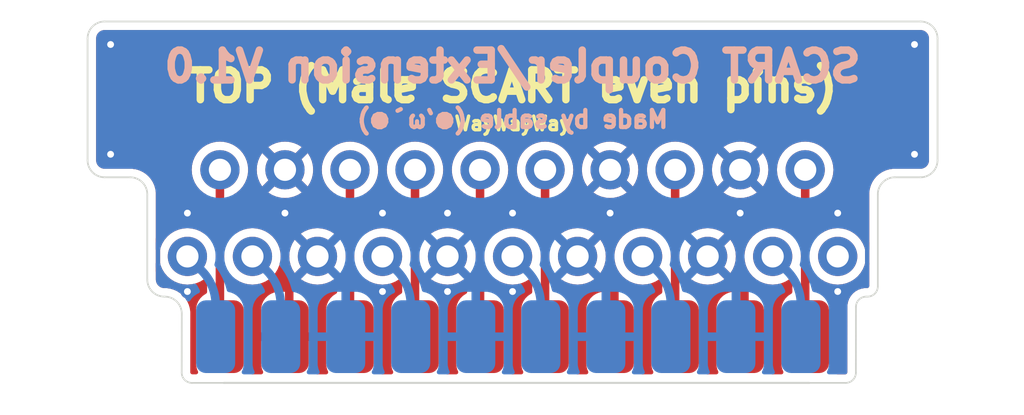
<source format=kicad_pcb>
(kicad_pcb (version 20221018) (generator pcbnew)
  (layers (0 "F.Cu" signal) (31 "B.Cu" signal) (34 "B.Paste" user) (35 "F.Paste" user) (36 "B.SilkS" user "B.Silkscreen") (37 "F.SilkS" user "F.Silkscreen") (38 "B.Mask" user) (39 "F.Mask" user) (44 "Edge.Cuts" user))
  (net 0 "")
  (net 1 "Right Out")
  (net 2 "Right In")
  (net 3 "Left Out")
  (net 4 "GND")
  (net 5 "Left In")
  (net 6 "Blue")
  (net 7 "Status")
  (net 8 "Clock")
  (net 9 "Green")
  (net 10 "Data")
  (net 11 "Red")
  (net 12 "Blanking")
  (net 13 "Composite Out")
  (net 14 "Composite In")
  (net 15 "Shield")
  (footprint "Connector_AV:KYCON_SCART_K-SCARTX-022_Horizontal" (layer "F.Cu") (at 157.53 80)
    (fp_text reference "J1" hide)
    (fp_text value "SCART-F")
    (pad "1" thru_hole circle (at -19.05 2.54) (size 2.3 2.3) (drill 1.3) (layers "*.Cu" "*.Mask") (net 1 "Right Out"))
    (pad "2" thru_hole circle (at -17.145 -2.54) (size 2.3 2.3) (drill 1.3) (layers "*.Cu" "*.Mask") (net 2 "Right In"))
    (pad "3" thru_hole circle (at -15.24 2.54) (size 2.3 2.3) (drill 1.3) (layers "*.Cu" "*.Mask") (net 3 "Left Out"))
    (pad "4" thru_hole circle (at -13.335 -2.54) (size 2.3 2.3) (drill 1.3) (layers "*.Cu" "*.Mask") (net 4 "GND"))
    (pad "5" thru_hole circle (at -11.43 2.54) (size 2.3 2.3) (drill 1.3) (layers "*.Cu" "*.Mask") (net 4 "GND"))
    (pad "6" thru_hole circle (at -9.525 -2.54) (size 2.3 2.3) (drill 1.3) (layers "*.Cu" "*.Mask") (net 5 "Left In"))
    (pad "7" thru_hole circle (at -7.62 2.54) (size 2.3 2.3) (drill 1.3) (layers "*.Cu" "*.Mask") (net 6 "Blue"))
    (pad "8" thru_hole circle (at -5.715 -2.54) (size 2.3 2.3) (drill 1.3) (layers "*.Cu" "*.Mask") (net 7 "Status"))
    (pad "9" thru_hole circle (at -3.81 2.54) (size 2.3 2.3) (drill 1.3) (layers "*.Cu" "*.Mask") (net 4 "GND"))
    (pad "10" thru_hole circle (at -1.905 -2.54) (size 2.3 2.3) (drill 1.3) (layers "*.Cu" "*.Mask") (net 8 "Clock"))
    (pad "11" thru_hole circle (at 0 2.54) (size 2.3 2.3) (drill 1.3) (layers "*.Cu" "*.Mask") (net 9 "Green"))
    (pad "12" thru_hole circle (at 1.905 -2.54) (size 2.3 2.3) (drill 1.3) (layers "*.Cu" "*.Mask") (net 10 "Data"))
    (pad "13" thru_hole circle (at 3.81 2.54) (size 2.3 2.3) (drill 1.3) (layers "*.Cu" "*.Mask") (net 4 "GND"))
    (pad "14" thru_hole circle (at 5.715 -2.54) (size 2.3 2.3) (drill 1.3) (layers "*.Cu" "*.Mask") (net 4 "GND"))
    (pad "15" thru_hole circle (at 7.62 2.54) (size 2.3 2.3) (drill 1.3) (layers "*.Cu" "*.Mask") (net 11 "Red"))
    (pad "16" thru_hole circle (at 9.525 -2.54) (size 2.3 2.3) (drill 1.3) (layers "*.Cu" "*.Mask") (net 12 "Blanking"))
    (pad "17" thru_hole circle (at 11.43 2.54) (size 2.3 2.3) (drill 1.3) (layers "*.Cu" "*.Mask") (net 4 "GND"))
    (pad "18" thru_hole circle (at 13.335 -2.54) (size 2.3 2.3) (drill 1.3) (layers "*.Cu" "*.Mask") (net 4 "GND"))
    (pad "19" thru_hole circle (at 15.24 2.54) (size 2.3 2.3) (drill 1.3) (layers "*.Cu" "*.Mask") (net 13 "Composite Out"))
    (pad "20" thru_hole circle (at 17.145 -2.54) (size 2.3 2.3) (drill 1.3) (layers "*.Cu" "*.Mask") (net 14 "Composite In"))
    (pad "21" thru_hole circle (at 19.05 2.54) (size 2.3 2.3) (drill 1.3) (layers "*.Cu" "*.Mask") (net 15 "Shield"))
  )
  (footprint "Connector_AV:Male_SCART" (layer "B.Cu") (at 174.909 89.9605 180)
    (fp_text reference "J2" hide)
    (fp_text value "SCART-M" hide)
    (fp_line (start 0 0) (end 34.29 0) (stroke (width 0.12)) (layer "Edge.Cuts"))
    (pad "1" smd roundrect (at 34.774 2.7105 180) (size 2.286 4.267) (layers "B.Cu" "B.Paste" "B.Mask") (net 1 "Right Out"))
    (pad "2" smd roundrect (at 34.274 2.7105 180) (size 2.286 4.267) (layers "F.Cu" "F.Paste" "F.Mask") (net 2 "Right In"))
    (pad "3" smd roundrect (at 30.964 2.7105 180) (size 2.286 4.267) (layers "B.Cu" "B.Paste" "B.Mask") (net 3 "Left Out"))
    (pad "4" smd roundrect (at 30.464 2.7105 180) (size 2.286 4.267) (layers "F.Cu" "F.Paste" "F.Mask") (net 4 "GND"))
    (pad "5" smd roundrect (at 27.154 2.7105 180) (size 2.286 4.267) (layers "B.Cu" "B.Paste" "B.Mask") (net 4 "GND"))
    (pad "6" smd roundrect (at 26.654 2.7105 180) (size 2.286 4.267) (layers "F.Cu" "F.Paste" "F.Mask") (net 5 "Left In"))
    (pad "7" smd roundrect (at 23.344 2.7105 180) (size 2.286 4.267) (layers "B.Cu" "B.Paste" "B.Mask") (net 6 "Blue"))
    (pad "8" smd roundrect (at 22.844 2.7105 180) (size 2.286 4.267) (layers "F.Cu" "F.Paste" "F.Mask") (net 7 "Status"))
    (pad "9" smd roundrect (at 19.534 2.7105 180) (size 2.286 4.267) (layers "B.Cu" "B.Paste" "B.Mask") (net 4 "GND"))
    (pad "10" smd roundrect (at 19.034 2.7105 180) (size 2.286 4.267) (layers "F.Cu" "F.Paste" "F.Mask") (net 8 "Clock"))
    (pad "11" smd roundrect (at 15.724 2.7105 180) (size 2.286 4.267) (layers "B.Cu" "B.Paste" "B.Mask") (net 9 "Green"))
    (pad "12" smd roundrect (at 15.224 2.7105 180) (size 2.286 4.267) (layers "F.Cu" "F.Paste" "F.Mask") (net 10 "Data"))
    (pad "13" smd roundrect (at 11.914 2.7105 180) (size 2.286 4.267) (layers "B.Cu" "B.Paste" "B.Mask") (net 4 "GND"))
    (pad "14" smd roundrect (at 11.414 2.7105 180) (size 2.286 4.267) (layers "F.Cu" "F.Paste" "F.Mask") (net 4 "GND"))
    (pad "15" smd roundrect (at 8.104 2.7105 180) (size 2.286 4.267) (layers "B.Cu" "B.Paste" "B.Mask") (net 11 "Red"))
    (pad "16" smd roundrect (at 7.604 2.7105 180) (size 2.286 4.267) (layers "F.Cu" "F.Paste" "F.Mask") (net 12 "Blanking"))
    (pad "17" smd roundrect (at 4.294 2.7105 180) (size 2.286 4.267) (layers "B.Cu" "B.Paste" "B.Mask") (net 4 "GND"))
    (pad "18" smd roundrect (at 3.794 2.7105 180) (size 2.286 4.267) (layers "F.Cu" "F.Paste" "F.Mask") (net 4 "GND"))
    (pad "19" smd roundrect (at 0.484 2.7105 180) (size 2.286 4.267) (layers "B.Cu" "B.Paste" "B.Mask") (net 13 "Composite Out"))
    (pad "20" smd roundrect (at -0.016 2.7105 180) (size 2.286 4.267) (layers "F.Cu" "F.Paste" "F.Mask") (net 14 "Composite In"))
  )
  (gr_line (start 138.145593 89.359907) (end 138.149011 85.900988) (stroke (width 0.1)) (layer "Edge.Cuts"))
  (gr_arc (start 177.649408 85.499407) (mid 177.825354 85.075529) (end 178.249407 84.9) (stroke (width 0.1)) (layer "Edge.Cuts"))
  (gr_line (start 177.645592 89.361093) (end 177.649408 85.499407) (stroke (width 0.1)) (layer "Edge.Cuts"))
  (gr_line (start 137.13 84.9) (end 137.149011 84.9) (stroke (width 0.1)) (layer "Edge.Cuts"))
  (gr_line (start 135.13 77.9) (end 133.63 77.9) (stroke (width 0.1)) (layer "Edge.Cuts"))
  (gr_arc (start 137.13 84.9) (mid 136.422893 84.607107) (end 136.13 83.9) (stroke (width 0.1)) (layer "Edge.Cuts"))
  (gr_arc (start 178.93 78.9) (mid 179.222893 78.192893) (end 179.93 77.9) (stroke (width 0.1)) (layer "Edge.Cuts"))
  (gr_arc (start 178.93 84.3) (mid 178.754264 84.724264) (end 178.33 84.9) (stroke (width 0.1)) (layer "Edge.Cuts"))
  (gr_arc (start 182.43 76.9) (mid 182.137107 77.607107) (end 181.43 77.9) (stroke (width 0.1)) (layer "Edge.Cuts"))
  (gr_line (start 178.93 84.3) (end 178.93 78.9) (stroke (width 0.1)) (layer "Edge.Cuts"))
  (gr_arc (start 181.43 68.76) (mid 182.137107 69.052893) (end 182.43 69.76) (stroke (width 0.1)) (layer "Edge.Cuts"))
  (gr_line (start 132.63 69.76) (end 132.63 76.9) (stroke (width 0.1)) (layer "Edge.Cuts"))
  (gr_line (start 181.43 68.76) (end 133.63 68.76) (stroke (width 0.1)) (layer "Edge.Cuts"))
  (gr_line (start 178.33 84.9) (end 178.249407 84.9) (stroke (width 0.1)) (layer "Edge.Cuts"))
  (gr_line (start 182.43 69.76) (end 182.43 76.9) (stroke (width 0.1)) (layer "Edge.Cuts"))
  (gr_arc (start 135.13 77.9) (mid 135.837107 78.192893) (end 136.13 78.9) (stroke (width 0.1)) (layer "Edge.Cuts"))
  (gr_line (start 179.93 77.9) (end 181.43 77.9) (stroke (width 0.1)) (layer "Edge.Cuts"))
  (gr_arc (start 138.745593 89.9605) (mid 138.321119 89.784554) (end 138.145593 89.359907) (stroke (width 0.1)) (layer "Edge.Cuts"))
  (gr_line (start 174.909 89.9605) (end 177.045593 89.9605) (stroke (width 0.1)) (layer "Edge.Cuts"))
  (gr_arc (start 137.149011 84.9) (mid 137.856467 85.193243) (end 138.149011 85.900988) (stroke (width 0.1)) (layer "Edge.Cuts"))
  (gr_arc (start 133.63 77.9) (mid 132.922893 77.607107) (end 132.63 76.9) (stroke (width 0.1)) (layer "Edge.Cuts"))
  (gr_line (start 140.619 89.9605) (end 138.745593 89.9605) (stroke (width 0.1)) (layer "Edge.Cuts"))
  (gr_line (start 136.13 83.9) (end 136.13 78.9) (stroke (width 0.1)) (layer "Edge.Cuts"))
  (gr_arc (start 177.645592 89.361093) (mid 177.469646 89.784971) (end 177.045593 89.9605) (stroke (width 0.1)) (layer "Edge.Cuts"))
  (gr_arc (start 132.63 69.76) (mid 132.922893 69.052893) (end 133.63 68.76) (stroke (width 0.1)) (layer "Edge.Cuts"))
  (gr_text "SCART Coupler/Extension V1.0" (at 157.53 71.4) (layer "B.SilkS") (effects (font (size 1.75 1.75) (thickness 0.4375) bold) (justify mirror)))
  (gr_text "Made by sable (●'ω｀●)" (at 157.53 74.5) (layer "B.SilkS") (effects (font (size 1 1) (thickness 0.25) bold) (justify mirror)))
  (gr_text "WayWayWay" (at 157.53 74.75) (layer "F.SilkS") (effects (font (size 0.8 0.8) (thickness 0.2) bold)))
  (gr_text "TOP (Male SCART even pins)" (at 157.53 72.559999) (layer "F.SilkS") (effects (font (size 1.75 1.75) (thickness 0.4375) bold)))
  (segment (start 139.3075 83.3675) (end 138.48 82.54) (width 0.5) (layer "B.Cu") (net 1))
  (segment (start 140.135 85.365261) (end 140.135 87.25) (width 0.5) (layer "B.Cu") (net 1))
  (arc (start 139.3075 83.3675) (mid 139.919939 84.28408) (end 140.135 85.365261) (width 0.5) (layer "B.Cu") (net 1))
  (segment (start 140.51 87.125) (end 140.635 87.25) (width 0.5) (layer "F.Cu") (net 2))
  (segment (start 140.385 86.823223) (end 140.385 77.46) (width 0.5) (layer "F.Cu") (net 2))
  (arc (start 140.385 86.823223) (mid 140.417486 86.986543) (end 140.51 87.125) (width 0.5) (layer "F.Cu") (net 2))
  (segment (start 143.945 85.365261) (end 143.945 87.25) (width 0.5) (layer "B.Cu") (net 3))
  (segment (start 143.1175 83.3675) (end 142.29 82.54) (width 0.5) (layer "B.Cu") (net 3))
  (arc (start 143.1175 83.3675) (mid 143.729939 84.28408) (end 143.945 85.365261) (width 0.5) (layer "B.Cu") (net 3))
  (segment (start 144.195 87) (end 144.445 87.25) (width 0.5) (layer "F.Cu") (net 4))
  (segment (start 170.865 87) (end 171.115 87.25) (width 0.5) (layer "F.Cu") (net 4))
  (segment (start 136.755 83.404982) (end 136.755 81.5) (width 0.25) (layer "F.Cu") (net 4))
  (segment (start 163.245 87) (end 163.495 87.25) (width 0.5) (layer "F.Cu") (net 4))
  (segment (start 138.375 84.5) (end 138.5 84.5) (width 0.25) (layer "F.Cu") (net 4))
  (segment (start 178.305 82.985172) (end 178.305 81.75) (width 0.25) (layer "F.Cu") (net 4))
  (via (at 133.98 76.549999) (size 0.8) (drill 0.4) (layers "F.Cu" "B.Cu") (net 4))
  (via (at 163.245 79.999999) (size 0.8) (drill 0.4) (layers "F.Cu" "B.Cu") (net 4))
  (via (at 133.98 70.11) (size 0.8) (drill 0.4) (layers "F.Cu" "B.Cu") (net 4))
  (via (at 149.91 79.999999) (size 0.8) (drill 0.4) (layers "F.Cu" "B.Cu") (net 4))
  (via (at 176.58 79.999999) (size 0.8) (drill 0.4) (layers "F.Cu" "B.Cu") (net 4))
  (via (at 170.865 79.999999) (size 0.8) (drill 0.4) (layers "F.Cu" "B.Cu") (net 4))
  (via (at 153.72 79.999999) (size 0.8) (drill 0.4) (layers "F.Cu" "B.Cu") (net 4))
  (via (at 157.53 79.999999) (size 0.8) (drill 0.4) (layers "F.Cu" "B.Cu") (net 4))
  (via (at 181.079999 70.11) (size 0.8) (drill 0.4) (layers "F.Cu" "B.Cu") (net 4))
  (via (at 153.72 84.6) (size 0.8) (drill 0.4) (layers "F.Cu" "B.Cu") (net 4))
  (via (at 149.91 84.6) (size 0.8) (drill 0.4) (layers "F.Cu" "B.Cu") (net 4))
  (via (at 138.48 79.999999) (size 0.8) (drill 0.4) (layers "F.Cu" "B.Cu") (net 4))
  (via (at 144.195 79.999999) (size 0.8) (drill 0.4) (layers "F.Cu" "B.Cu") (net 4))
  (via (at 138.48 84.6) (size 0.8) (drill 0.4) (layers "F.Cu" "B.Cu") (net 4))
  (via (at 181.079999 76.549999) (size 0.8) (drill 0.4) (layers "F.Cu" "B.Cu") (net 4))
  (via (at 157.53 84.6) (size 0.8) (drill 0.4) (layers "F.Cu" "B.Cu") (net 4))
  (via (at 176.58 84.6) (size 0.8) (drill 0.4) (layers "F.Cu" "B.Cu") (net 4))
  (segment (start 138.5 84.5) (end 138.412573 84.412573) (width 0.25) (layer "B.Cu") (net 4))
  (segment (start 136.755 83.160854) (end 136.755 81.75) (width 0.25) (layer "B.Cu") (net 4))
  (segment (start 178.305 82.898606) (end 178.305 82) (width 0.25) (layer "B.Cu") (net 4))
  (segment (start 148.13 87.125) (end 148.255 87.25) (width 0.5) (layer "F.Cu") (net 5))
  (segment (start 148.005 86.823223) (end 148.005 77.46) (width 0.5) (layer "F.Cu") (net 5))
  (arc (start 148.005 86.823223) (mid 148.037486 86.986543) (end 148.13 87.125) (width 0.5) (layer "F.Cu") (net 5))
  (segment (start 150.7375 83.3675) (end 149.91 82.54) (width 0.5) (layer "B.Cu") (net 6))
  (segment (start 151.565 85.365261) (end 151.565 87.25) (width 0.5) (layer "B.Cu") (net 6))
  (arc (start 150.7375 83.3675) (mid 151.349939 84.28408) (end 151.565 85.365261) (width 0.5) (layer "B.Cu") (net 6))
  (segment (start 151.815 86.823223) (end 151.815 77.46) (width 0.5) (layer "F.Cu") (net 7))
  (segment (start 151.94 87.125) (end 152.065 87.25) (width 0.5) (layer "F.Cu") (net 7))
  (arc (start 151.815 86.823223) (mid 151.847486 86.986543) (end 151.94 87.125) (width 0.5) (layer "F.Cu") (net 7))
  (segment (start 155.625 86.823223) (end 155.625 77.46) (width 0.5) (layer "F.Cu") (net 8))
  (segment (start 155.75 87.125) (end 155.875 87.25) (width 0.5) (layer "F.Cu") (net 8))
  (arc (start 155.625 86.823223) (mid 155.657486 86.986543) (end 155.75 87.125) (width 0.5) (layer "F.Cu") (net 8))
  (segment (start 159.185 85.365261) (end 159.185 87.25) (width 0.5) (layer "B.Cu") (net 9))
  (segment (start 158.3575 83.3675) (end 157.53 82.54) (width 0.5) (layer "B.Cu") (net 9))
  (arc (start 158.3575 83.3675) (mid 158.969939 84.28408) (end 159.185 85.365261) (width 0.5) (layer "B.Cu") (net 9))
  (segment (start 159.56 87.125) (end 159.685 87.25) (width 0.5) (layer "F.Cu") (net 10))
  (segment (start 159.435 86.823223) (end 159.435 77.46) (width 0.5) (layer "F.Cu") (net 10))
  (arc (start 159.435 86.823223) (mid 159.467486 86.986543) (end 159.56 87.125) (width 0.5) (layer "F.Cu") (net 10))
  (segment (start 165.9775 83.3675) (end 165.15 82.54) (width 0.5) (layer "B.Cu") (net 11))
  (segment (start 166.805 85.365261) (end 166.805 87.25) (width 0.5) (layer "B.Cu") (net 11))
  (arc (start 165.9775 83.3675) (mid 166.589939 84.28408) (end 166.805 85.365261) (width 0.5) (layer "B.Cu") (net 11))
  (segment (start 167.055 86.823223) (end 167.055 77.46) (width 0.5) (layer "F.Cu") (net 12))
  (segment (start 167.18 87.125) (end 167.305 87.25) (width 0.5) (layer "F.Cu") (net 12))
  (arc (start 167.055 86.823223) (mid 167.087486 86.986543) (end 167.18 87.125) (width 0.5) (layer "F.Cu") (net 12))
  (segment (start 174.425 85.365261) (end 174.425 87.25) (width 0.5) (layer "B.Cu") (net 13))
  (segment (start 173.5975 83.3675) (end 172.77 82.54) (width 0.5) (layer "B.Cu") (net 13))
  (arc (start 173.5975 83.3675) (mid 174.209939 84.28408) (end 174.425 85.365261) (width 0.5) (layer "B.Cu") (net 13))
  (segment (start 174.8 87.125) (end 174.925 87.25) (width 0.5) (layer "F.Cu") (net 14))
  (segment (start 174.675 86.823223) (end 174.675 77.46) (width 0.5) (layer "F.Cu") (net 14))
  (arc (start 174.675 86.823223) (mid 174.707486 86.986543) (end 174.8 87.125) (width 0.5) (layer "F.Cu") (net 14))
  (zone (net 4) (net_name "GND") (layers "F&B.Cu") (connect_pads (clearance 0.5)) (min_thickness 0.25) (fill yes (thermal_gap 0.5) (thermal_bridge_width 0.5))
    (polygon (pts (xy 127.5 67.5) (xy 187.5 67.5) (xy 187.5 90) (xy 127.5 90)))
  )
)
</source>
